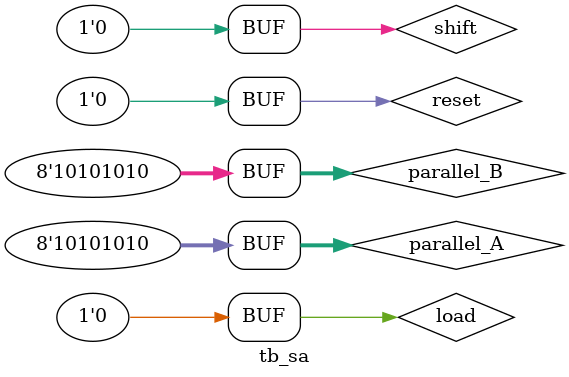
<source format=sv>
`timescale 1ns / 1ps


module tb_sa();
logic shift, reset, load;
    logic [7:0] parallel_A;
    logic [7:0] parallel_B;
    logic [7:0] out_S;
    
    serial_adder dut (shift, reset, load, parallel_A, parallel_B, out_S);
    
        initial begin
            reset = 1; #10;
            parallel_A = 8'b01001010; parallel_B = 8'b00110011; shift = 0; reset = 0; #10; load = 1; #10;
            load = 0; shift = 1; #10; shift = 0; #10;
            shift = 1; #10; shift = 0; #10;
            shift = 1; #10; shift = 0; #10;
            shift = 1; #10; shift = 0; #10;
            shift = 1; #10; shift = 0; #10;
            shift = 1; #10; shift = 0; #10;
            shift = 1; #10; shift = 0; #10;
            shift = 1; #10; shift = 0; #10;
            parallel_A = 8'b10101010; parallel_B = 8'b10101010; load = 1; #10; 
            load = 0; shift = 1; #10; shift = 0; #10;
            shift = 1; #10; shift = 0; #10;
            shift = 1; #10; shift = 0; #10;
            shift = 1; #10; shift = 0; #10;
            reset = 1; #10; reset = 0;
            shift = 1; #10; shift = 0; #10;
            shift = 1; #10; shift = 0; #10;
            shift = 1; #10; shift = 0; #10;
            shift = 1; #10; shift = 0; #10;
            shift = 1; #10; shift = 0; #10;
            shift = 1; #10; shift = 0; #10;
            shift = 1; #10; shift = 0; #10;
            shift = 1; #10; shift = 0; #10;
            end
endmodule

</source>
